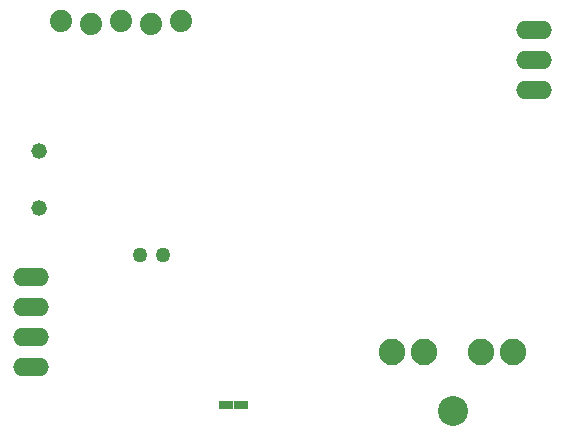
<source format=gbp>
G04 #@! TF.FileFunction,Paste,Bot*
%FSLAX46Y46*%
G04 Gerber Fmt 4.6, Leading zero omitted, Abs format (unit mm)*
G04 Created by KiCad (PCBNEW 4.0.5) date Saturday, 25 March 2017 'PMt' 19:04:54*
%MOMM*%
%LPD*%
G01*
G04 APERTURE LIST*
%ADD10C,0.100000*%
%ADD11C,1.270000*%
%ADD12R,1.270000X0.635000*%
%ADD13C,1.879600*%
%ADD14C,1.320800*%
%ADD15O,3.048000X1.524000*%
%ADD16C,2.540000*%
%ADD17C,2.247900*%
G04 APERTURE END LIST*
D10*
D11*
X162288220Y-78105000D03*
X160291780Y-78105000D03*
D12*
X168910000Y-90805000D03*
X167640000Y-90805000D03*
D13*
X153670000Y-58293000D03*
X156210000Y-58547000D03*
X158750000Y-58293000D03*
X161290000Y-58547000D03*
X163830000Y-58293000D03*
D14*
X151765000Y-69342000D03*
X151765000Y-74168000D03*
D15*
X151130000Y-80010000D03*
X151130000Y-82550000D03*
X151130000Y-85090000D03*
X151130000Y-87630000D03*
X193675000Y-59055000D03*
X193675000Y-61595000D03*
X193675000Y-64135000D03*
D16*
X186789060Y-91282520D03*
D17*
X181691280Y-86281260D03*
X184391300Y-86281260D03*
X189189360Y-86281260D03*
X191889380Y-86281260D03*
M02*

</source>
